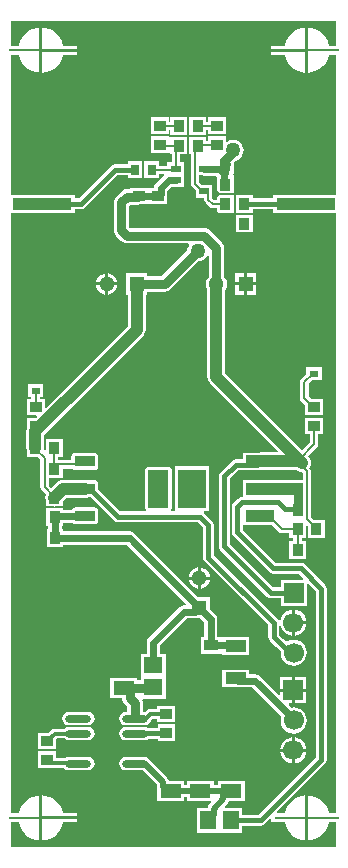
<source format=gtl>
G04*
G04 #@! TF.GenerationSoftware,Altium Limited,Altium Designer,19.0.15 (446)*
G04*
G04 Layer_Physical_Order=1*
G04 Layer_Color=255*
%FSLAX25Y25*%
%MOIN*%
G70*
G01*
G75*
%ADD10C,0.01575*%
%ADD12C,0.00787*%
%ADD13C,0.01000*%
%ADD16R,0.07087X0.04528*%
%ADD17O,0.08661X0.02362*%
%ADD18R,0.03937X0.03543*%
%ADD19R,0.03543X0.03937*%
%ADD20R,0.06260X0.05472*%
%ADD21R,0.05472X0.06260*%
%ADD22R,0.03543X0.02362*%
%ADD23R,0.02756X0.03543*%
%ADD24R,0.19685X0.03937*%
%ADD25R,0.19685X0.05512*%
%ADD26R,0.07087X0.03937*%
G04:AMPARAMS|DCode=27|XSize=125.98mil|YSize=68.9mil|CornerRadius=2.07mil|HoleSize=0mil|Usage=FLASHONLY|Rotation=90.000|XOffset=0mil|YOffset=0mil|HoleType=Round|Shape=RoundedRectangle|*
%AMROUNDEDRECTD27*
21,1,0.12598,0.06476,0,0,90.0*
21,1,0.12185,0.06890,0,0,90.0*
1,1,0.00413,0.03238,0.06093*
1,1,0.00413,0.03238,-0.06093*
1,1,0.00413,-0.03238,-0.06093*
1,1,0.00413,-0.03238,0.06093*
%
%ADD27ROUNDEDRECTD27*%
G04:AMPARAMS|DCode=28|XSize=35.43mil|YSize=68.9mil|CornerRadius=1.95mil|HoleSize=0mil|Usage=FLASHONLY|Rotation=90.000|XOffset=0mil|YOffset=0mil|HoleType=Round|Shape=RoundedRectangle|*
%AMROUNDEDRECTD28*
21,1,0.03543,0.06500,0,0,90.0*
21,1,0.03154,0.06890,0,0,90.0*
1,1,0.00390,0.03250,0.01577*
1,1,0.00390,0.03250,-0.01577*
1,1,0.00390,-0.03250,-0.01577*
1,1,0.00390,-0.03250,0.01577*
%
%ADD28ROUNDEDRECTD28*%
%ADD29R,0.03150X0.02362*%
%ADD30R,0.04803X0.03602*%
%ADD31R,0.09449X0.03937*%
%ADD32R,0.09449X0.12992*%
%ADD57C,0.03150*%
%ADD58C,0.01181*%
%ADD59C,0.03937*%
%ADD60C,0.02362*%
%ADD61C,0.01968*%
%ADD62C,0.00600*%
%ADD63R,0.21800X0.01000*%
%ADD64R,0.05118X0.05118*%
%ADD65C,0.05118*%
%ADD66R,0.06693X0.06693*%
%ADD67C,0.06693*%
%ADD68R,0.05118X0.05118*%
%ADD69C,0.02362*%
%ADD70C,0.05000*%
G36*
X344488Y473941D02*
X342024D01*
X341605Y475323D01*
X340909Y476626D01*
X339972Y477767D01*
X338830Y478704D01*
X337528Y479400D01*
X336115Y479829D01*
X335146Y479924D01*
Y472441D01*
Y464958D01*
X336115Y465053D01*
X337528Y465482D01*
X338830Y466178D01*
X339972Y467115D01*
X340909Y468256D01*
X341605Y469558D01*
X342024Y470941D01*
X344488D01*
Y424228D01*
X323410D01*
Y423005D01*
X316571D01*
Y424075D01*
X311028D01*
Y418138D01*
X316571D01*
Y419361D01*
X323410D01*
Y418291D01*
X344488D01*
Y218035D01*
X342024D01*
X341605Y219418D01*
X340909Y220720D01*
X339972Y221862D01*
X338830Y222798D01*
X337528Y223494D01*
X336115Y223923D01*
X335146Y224019D01*
Y216535D01*
Y209052D01*
X336115Y209148D01*
X337528Y209577D01*
X338830Y210273D01*
X339972Y211209D01*
X340909Y212351D01*
X341605Y213653D01*
X342024Y215035D01*
X344488D01*
Y206693D01*
X236221D01*
Y215035D01*
X238685D01*
X239104Y213653D01*
X239800Y212351D01*
X240737Y211209D01*
X241878Y210273D01*
X243180Y209577D01*
X244594Y209148D01*
X245563Y209052D01*
Y216535D01*
Y224019D01*
X244594Y223923D01*
X243180Y223494D01*
X241878Y222798D01*
X240737Y221862D01*
X239800Y220720D01*
X239104Y219418D01*
X238685Y218035D01*
X236221D01*
Y418291D01*
X257299D01*
Y419437D01*
X259449D01*
X259449Y419437D01*
X260146Y419576D01*
X260737Y419971D01*
X271550Y430784D01*
X275016D01*
Y429835D01*
X279772D01*
Y435378D01*
X275016D01*
Y434429D01*
X270795D01*
X270098Y434290D01*
X269507Y433895D01*
X269507Y433895D01*
X258694Y423082D01*
X257299D01*
Y424228D01*
X236221D01*
Y470941D01*
X238685D01*
X239104Y469558D01*
X239800Y468256D01*
X240737Y467115D01*
X241878Y466178D01*
X243180Y465482D01*
X244594Y465053D01*
X245563Y464958D01*
Y472441D01*
Y479924D01*
X244594Y479829D01*
X243180Y479400D01*
X241878Y478704D01*
X240737Y477767D01*
X239800Y476626D01*
X239104Y475323D01*
X238685Y473941D01*
X236221D01*
Y482283D01*
X344488D01*
Y473941D01*
D02*
G37*
%LPC*%
G36*
X334146Y479924D02*
X333176Y479829D01*
X331763Y479400D01*
X330461Y478704D01*
X329320Y477767D01*
X328383Y476626D01*
X327687Y475323D01*
X327267Y473941D01*
X322746D01*
Y472941D01*
X334146D01*
Y479924D01*
D02*
G37*
G36*
X246563D02*
Y472941D01*
X257963D01*
Y473941D01*
X253441D01*
X253022Y475323D01*
X252326Y476626D01*
X251389Y477767D01*
X250248Y478704D01*
X248945Y479400D01*
X247533Y479829D01*
X246563Y479924D01*
D02*
G37*
G36*
X334146Y471941D02*
X322746D01*
Y470941D01*
X327267D01*
X327687Y469558D01*
X328383Y468256D01*
X329320Y467115D01*
X330461Y466178D01*
X331763Y465482D01*
X333176Y465053D01*
X334146Y464958D01*
Y471941D01*
D02*
G37*
G36*
X257963D02*
X246563D01*
Y464958D01*
X247533Y465053D01*
X248945Y465482D01*
X250248Y466178D01*
X251389Y467115D01*
X252326Y468256D01*
X253022Y469558D01*
X253441Y470941D01*
X257963D01*
Y471941D01*
D02*
G37*
G36*
X294772Y450224D02*
X289228D01*
Y448581D01*
X288618D01*
Y450028D01*
X282681D01*
Y444484D01*
X288618D01*
Y445930D01*
X289228D01*
Y444287D01*
X294772D01*
Y450224D01*
D02*
G37*
G36*
X301071D02*
X295528D01*
Y444287D01*
X301071D01*
Y445930D01*
X301681D01*
Y444484D01*
X307618D01*
Y450028D01*
X301681D01*
Y448581D01*
X301071D01*
Y450224D01*
D02*
G37*
G36*
X307618Y443728D02*
X301681D01*
Y442282D01*
X301071D01*
Y443575D01*
X295528D01*
Y437638D01*
X295977D01*
Y427847D01*
X296078Y427340D01*
X296365Y426910D01*
X297602Y425673D01*
Y423185D01*
X300520D01*
Y422564D01*
X300621Y422056D01*
X300908Y421627D01*
X302366Y420169D01*
X302796Y419882D01*
X303303Y419781D01*
X304728D01*
Y418138D01*
X310272D01*
Y424075D01*
X304728D01*
Y422432D01*
X303852D01*
X303171Y423113D01*
Y424485D01*
X303146Y424613D01*
Y427547D01*
X299477D01*
X298628Y428396D01*
Y430665D01*
X300159D01*
X300374Y430623D01*
X304422D01*
X304660Y430048D01*
X304686Y430015D01*
Y428697D01*
X304686Y428697D01*
X304728Y428482D01*
Y424638D01*
X310272D01*
Y430575D01*
X310272D01*
X310043Y431075D01*
X310072Y431138D01*
X310272D01*
Y434134D01*
X310294Y434303D01*
X310272Y434472D01*
Y434991D01*
X310859Y435578D01*
X311032Y435601D01*
X311883Y435953D01*
X312614Y436514D01*
X313175Y437245D01*
X313528Y438097D01*
X313648Y439010D01*
X313528Y439924D01*
X313175Y440775D01*
X312614Y441507D01*
X311883Y442068D01*
X311032Y442420D01*
X310118Y442541D01*
X309204Y442420D01*
X308353Y442068D01*
X308118Y441887D01*
X307618Y442134D01*
Y443728D01*
D02*
G37*
G36*
X288618Y443728D02*
X282681D01*
Y438185D01*
X288618D01*
Y439281D01*
X289228D01*
Y437638D01*
X289600D01*
Y435028D01*
X288154D01*
Y433932D01*
X285283D01*
Y435378D01*
X280528D01*
Y429835D01*
X285283D01*
Y431281D01*
X287057D01*
X287208Y430781D01*
X287055Y430679D01*
X287055Y430679D01*
X284365Y427988D01*
X283882Y427266D01*
X283735Y426528D01*
X282181D01*
Y425980D01*
X281618D01*
Y426528D01*
X275681D01*
Y426156D01*
X274740D01*
X274068Y426068D01*
X273442Y425808D01*
X272904Y425395D01*
X270998Y423490D01*
X270586Y422952D01*
X270326Y422326D01*
X270238Y421654D01*
Y412432D01*
X270326Y411760D01*
X270586Y411133D01*
X270998Y410595D01*
X272843Y408750D01*
X273381Y408337D01*
X274008Y408078D01*
X274680Y407990D01*
X295224D01*
X295445Y407541D01*
X295242Y407277D01*
X294889Y406426D01*
X294791Y405676D01*
X286200Y397085D01*
X281512D01*
Y398047D01*
X274394D01*
Y390929D01*
X274959D01*
Y380365D01*
X262848Y368254D01*
X262761Y368140D01*
X262647Y368053D01*
X247749Y353156D01*
X247287Y353347D01*
Y356201D01*
X245740D01*
Y356744D01*
X246894D01*
Y361106D01*
X241744D01*
Y356744D01*
X242898D01*
Y356201D01*
X241350D01*
Y350658D01*
X244443D01*
X244654Y350181D01*
X244430Y349902D01*
X241350D01*
Y346293D01*
X241277Y346116D01*
X241175Y345341D01*
Y339779D01*
X241277Y339005D01*
X241398Y338714D01*
Y336811D01*
X243975D01*
X244169Y336785D01*
X244364Y336811D01*
X244931D01*
X245882Y335860D01*
Y326642D01*
X245990Y326098D01*
X246298Y325637D01*
X247666Y324270D01*
X247576Y324055D01*
X247474Y323280D01*
X247576Y322505D01*
X247697Y322214D01*
Y320311D01*
X250274D01*
X250468Y320285D01*
X250663Y320311D01*
X253240D01*
Y321817D01*
X254512Y323089D01*
X260424D01*
X261198Y323191D01*
X261908Y323484D01*
X262511D01*
X270355Y315640D01*
X270355Y315640D01*
X270947Y315245D01*
X271644Y315107D01*
X298346D01*
X300034Y313418D01*
Y303261D01*
X300034Y303261D01*
X300173Y302564D01*
X300568Y301973D01*
X321800Y280741D01*
Y276772D01*
X321800Y276772D01*
X321938Y276074D01*
X322333Y275483D01*
X324363Y273453D01*
X324587Y273304D01*
X325982Y271908D01*
X325933Y271535D01*
X326083Y270401D01*
X326521Y269343D01*
X327217Y268436D01*
X328125Y267739D01*
X329183Y267301D01*
X330317Y267151D01*
X331452Y267301D01*
X332509Y267739D01*
X333417Y268436D01*
X334114Y269343D01*
X334552Y270401D01*
X334701Y271535D01*
X334552Y272670D01*
X334114Y273727D01*
X333417Y274635D01*
X332509Y275332D01*
X331452Y275770D01*
X330317Y275919D01*
X329183Y275770D01*
X328125Y275332D01*
X327892Y275153D01*
X327015Y276030D01*
X326791Y276180D01*
X325445Y277526D01*
Y280623D01*
X325944Y280656D01*
X325978Y280401D01*
X326416Y279344D01*
X327113Y278435D01*
X328021Y277739D01*
X329078Y277301D01*
X329713Y277217D01*
Y281535D01*
Y285854D01*
X329078Y285770D01*
X328021Y285332D01*
X327113Y284635D01*
X326416Y283727D01*
X325978Y282670D01*
X325876Y281892D01*
X325369Y281875D01*
X325306Y282193D01*
X324911Y282785D01*
X324911Y282785D01*
X303679Y304016D01*
Y314173D01*
X303679Y314173D01*
X303540Y314871D01*
X303145Y315462D01*
X303145Y315462D01*
X300389Y318218D01*
X300303Y318276D01*
X300455Y318776D01*
X302051D01*
Y333768D01*
X290602D01*
Y319252D01*
X290602Y318776D01*
X290112Y318752D01*
X289389D01*
X289237Y319251D01*
X289335Y319317D01*
X289602Y319716D01*
X289695Y320187D01*
Y332372D01*
X289602Y332843D01*
X289335Y333242D01*
X288936Y333509D01*
X288465Y333602D01*
X281989D01*
X281518Y333509D01*
X281119Y333242D01*
X280852Y332843D01*
X280758Y332372D01*
Y320187D01*
X280852Y319716D01*
X281119Y319317D01*
X281217Y319251D01*
X281065Y318752D01*
X272399D01*
X265089Y326062D01*
Y327856D01*
X264996Y328323D01*
X264732Y328718D01*
X264337Y328982D01*
X263871Y329075D01*
X261630D01*
X261395Y329172D01*
X260620Y329274D01*
X259845Y329172D01*
X259617Y329077D01*
X253272D01*
X252497Y328975D01*
X252074Y328800D01*
X251775Y328676D01*
X251154Y328200D01*
X249455Y326500D01*
X248724Y327230D01*
Y329811D01*
X253240D01*
Y332933D01*
X256484D01*
X256509Y332896D01*
X256904Y332632D01*
X257370Y332540D01*
X263871D01*
X264337Y332632D01*
X264732Y332896D01*
X264996Y333292D01*
X265089Y333758D01*
Y336911D01*
X264996Y337378D01*
X264732Y337773D01*
X264337Y338037D01*
X263871Y338130D01*
X257370D01*
X256904Y338037D01*
X256509Y337773D01*
X256245Y337378D01*
X256152Y336911D01*
Y335775D01*
X251889D01*
Y336811D01*
X253240D01*
Y342748D01*
X247697D01*
Y339062D01*
X247197Y338855D01*
X247057Y338994D01*
X247061Y339005D01*
X247163Y339779D01*
Y344101D01*
X266881Y363819D01*
X266968Y363933D01*
X267082Y364020D01*
X280070Y377008D01*
X280546Y377628D01*
X280845Y378350D01*
X280947Y379125D01*
Y390929D01*
X281512D01*
Y391891D01*
X287276D01*
X287948Y391980D01*
X288574Y392239D01*
X289112Y392652D01*
X298463Y402003D01*
X299213Y402102D01*
X300064Y402455D01*
X300795Y403016D01*
X301356Y403747D01*
X301431Y403926D01*
X301930Y403826D01*
Y396950D01*
X301419Y396283D01*
X301060Y395417D01*
X300938Y394488D01*
X301060Y393559D01*
X301419Y392693D01*
X301533Y392544D01*
Y363476D01*
X301636Y362701D01*
X301811Y362278D01*
X301935Y361979D01*
X302410Y361359D01*
X324987Y338783D01*
X324795Y338321D01*
X319161D01*
X318967Y338295D01*
X313437D01*
Y336074D01*
X311024D01*
X310326Y335936D01*
X309735Y335541D01*
X309735Y335541D01*
X305798Y331604D01*
X305403Y331012D01*
X305264Y330315D01*
X305264Y330315D01*
Y307087D01*
X305264Y307087D01*
X305403Y306389D01*
X305798Y305798D01*
X321349Y290247D01*
X321940Y289852D01*
X322638Y289713D01*
X322638Y289713D01*
X325971D01*
Y287189D01*
X334664D01*
Y294488D01*
X335126Y294679D01*
X337646Y292159D01*
Y236696D01*
X318521Y217570D01*
X313008D01*
Y219878D01*
X307448D01*
X307256Y220340D01*
X308320Y221404D01*
X308759Y222060D01*
X308773Y222130D01*
X313992D01*
Y228658D01*
X304906D01*
Y227417D01*
X303756D01*
Y228658D01*
X294670D01*
Y227417D01*
X293850D01*
Y228658D01*
X288736D01*
X288616Y229257D01*
X288178Y229913D01*
X282669Y235421D01*
X282659Y235477D01*
X282176Y236198D01*
X281455Y236681D01*
X280604Y236850D01*
X274305D01*
X273454Y236681D01*
X272732Y236198D01*
X272250Y235477D01*
X272081Y234626D01*
X272250Y233775D01*
X272732Y233053D01*
X273454Y232571D01*
X274305Y232402D01*
X279967D01*
X284724Y227644D01*
Y226673D01*
X284763Y226478D01*
Y222130D01*
X293850D01*
Y223371D01*
X294670D01*
Y222130D01*
X302671D01*
X302862Y221668D01*
X302178Y220984D01*
X301740Y220328D01*
X301650Y219878D01*
X298120D01*
Y211618D01*
X313008D01*
Y213926D01*
X319275D01*
X319276Y213926D01*
X319973Y214064D01*
X320564Y214459D01*
X322284Y216179D01*
X322746Y215988D01*
Y215035D01*
X327267D01*
X327687Y213653D01*
X328383Y212351D01*
X329320Y211209D01*
X330461Y210273D01*
X331763Y209577D01*
X333176Y209148D01*
X334146Y209052D01*
Y216535D01*
Y224019D01*
X333176Y223923D01*
X331763Y223494D01*
X330461Y222798D01*
X329320Y221862D01*
X328383Y220720D01*
X327687Y219418D01*
X327267Y218035D01*
X324794D01*
X324602Y218497D01*
X340757Y234652D01*
X340757Y234652D01*
X341152Y235244D01*
X341291Y235941D01*
X341291Y235941D01*
Y292913D01*
X341291Y292913D01*
X341152Y293611D01*
X340757Y294202D01*
X340757Y294202D01*
X333966Y300993D01*
X333375Y301388D01*
X332677Y301527D01*
X332677Y301527D01*
X324278D01*
X313240Y312566D01*
Y313830D01*
X313437Y314248D01*
X322876D01*
X325357Y311767D01*
X325818Y311459D01*
X326362Y311351D01*
X328823D01*
Y309803D01*
X330173D01*
Y308740D01*
X328823D01*
Y302803D01*
X334366D01*
Y308740D01*
X333015D01*
Y309803D01*
X334366D01*
Y313814D01*
X334843Y314024D01*
X335122Y313800D01*
Y309803D01*
X340665D01*
Y315740D01*
X336997D01*
X336069Y316667D01*
Y331980D01*
X335969Y332488D01*
X335681Y332918D01*
X335545Y333054D01*
X335762Y333338D01*
X336061Y334060D01*
X336163Y334835D01*
X336061Y335610D01*
X335762Y336332D01*
X335286Y336952D01*
X335159Y337079D01*
X338141Y340061D01*
X338449Y340522D01*
X338557Y341065D01*
Y344358D01*
X340105D01*
Y349902D01*
X334168D01*
Y344358D01*
X335715D01*
Y341654D01*
X333150Y339089D01*
X307522Y364717D01*
Y392544D01*
X307636Y392693D01*
X307995Y393559D01*
X308117Y394488D01*
X307995Y395417D01*
X307636Y396283D01*
X307125Y396950D01*
Y406460D01*
X307036Y407132D01*
X306777Y407759D01*
X306364Y408297D01*
X302238Y412423D01*
X301700Y412836D01*
X301073Y413095D01*
X300401Y413184D01*
X275755D01*
X275432Y413507D01*
Y420578D01*
X275816Y420962D01*
X278453D01*
X278622Y420984D01*
X281618D01*
Y421532D01*
X282181D01*
Y420984D01*
X288118D01*
Y424132D01*
X288161Y424346D01*
X288161Y424346D01*
Y425494D01*
X289549Y426883D01*
X290925D01*
X291140Y426925D01*
X293697D01*
Y430665D01*
Y435028D01*
X292251D01*
Y437638D01*
X294772D01*
Y443575D01*
X289228D01*
Y441932D01*
X288618D01*
Y443728D01*
D02*
G37*
G36*
X316571Y417575D02*
X311028D01*
Y411638D01*
X316571D01*
Y417575D01*
D02*
G37*
G36*
X317824Y398047D02*
X314765D01*
Y394988D01*
X317824D01*
Y398047D01*
D02*
G37*
G36*
X313765D02*
X310706D01*
Y394988D01*
X313765D01*
Y398047D01*
D02*
G37*
G36*
X268506Y398012D02*
Y394988D01*
X271529D01*
X271473Y395417D01*
X271114Y396283D01*
X270544Y397026D01*
X269800Y397597D01*
X268935Y397956D01*
X268506Y398012D01*
D02*
G37*
G36*
X267506D02*
X267076Y397956D01*
X266211Y397597D01*
X265467Y397026D01*
X264897Y396283D01*
X264538Y395417D01*
X264482Y394988D01*
X267506D01*
Y398012D01*
D02*
G37*
G36*
X271529Y393988D02*
X268506D01*
Y390964D01*
X268935Y391021D01*
X269800Y391379D01*
X270544Y391950D01*
X271114Y392693D01*
X271473Y393559D01*
X271529Y393988D01*
D02*
G37*
G36*
X267506D02*
X264482D01*
X264538Y393559D01*
X264897Y392693D01*
X265467Y391950D01*
X266211Y391379D01*
X267076Y391021D01*
X267506Y390964D01*
Y393988D01*
D02*
G37*
G36*
X317824Y393988D02*
X314765D01*
Y390929D01*
X317824D01*
Y393988D01*
D02*
G37*
G36*
X313765D02*
X310706D01*
Y390929D01*
X313765D01*
Y393988D01*
D02*
G37*
G36*
X339606Y366815D02*
X334457D01*
Y364462D01*
X332854Y362859D01*
X332545Y362398D01*
X332437Y361854D01*
Y356510D01*
X332545Y355966D01*
X332854Y355505D01*
X334168Y354191D01*
Y350658D01*
X340105D01*
Y356201D01*
X336177D01*
X335279Y357099D01*
Y361266D01*
X336466Y362453D01*
X339606D01*
Y366815D01*
D02*
G37*
G36*
X263975Y320020D02*
X257475D01*
X257009Y319927D01*
X256614Y319663D01*
X256350Y319267D01*
X256341Y319226D01*
X253359D01*
Y319693D01*
X247816D01*
Y313756D01*
X248454D01*
Y312748D01*
X247906D01*
Y306811D01*
X253450D01*
Y307556D01*
X274732D01*
X294366Y287922D01*
X294175Y287460D01*
X293772D01*
X293772Y287460D01*
X292920Y287291D01*
X292199Y286809D01*
X292199Y286809D01*
X281892Y276502D01*
X281410Y275780D01*
X281241Y274929D01*
X281241Y274929D01*
Y271276D01*
X279335D01*
Y264256D01*
X279335Y263803D01*
X279335Y263303D01*
Y262528D01*
X278177D01*
Y263106D01*
X269091D01*
Y256579D01*
X273005D01*
Y256516D01*
X273094Y255844D01*
X273353Y255217D01*
X273766Y254679D01*
X274797Y253649D01*
Y251850D01*
X274305D01*
X273454Y251680D01*
X272732Y251199D01*
X272250Y250477D01*
X272081Y249626D01*
X272250Y248775D01*
X272732Y248054D01*
X273454Y247571D01*
X274305Y247402D01*
X280604D01*
X281455Y247571D01*
X282176Y248054D01*
X282659Y248775D01*
X282731Y249140D01*
X283150Y249559D01*
X284827D01*
Y248410D01*
X290764D01*
Y253953D01*
X284827D01*
Y252803D01*
X282479D01*
X281858Y252679D01*
X281332Y252328D01*
X280813Y251808D01*
X280604Y251850D01*
X279991D01*
Y254724D01*
X279902Y255397D01*
X279742Y255783D01*
X280035Y256283D01*
X287595D01*
Y263303D01*
X287595Y263756D01*
X287595Y264256D01*
Y271276D01*
X285688D01*
Y274008D01*
X294693Y283012D01*
X297441D01*
X297441Y283012D01*
X297656Y283055D01*
X299233D01*
X300427Y281861D01*
Y276783D01*
X299250D01*
Y271181D01*
X306053D01*
Y271181D01*
X306480Y271006D01*
Y270942D01*
X315567D01*
Y276880D01*
X306513D01*
X306480Y276880D01*
X306480Y276880D01*
X306053Y276783D01*
X306053Y276783D01*
X304875D01*
Y282782D01*
X304875Y282782D01*
X304706Y283633D01*
X304224Y284354D01*
X304224Y284354D01*
X302378Y286200D01*
Y290173D01*
X298405D01*
X277226Y311352D01*
X276505Y311834D01*
X275654Y312003D01*
X275654Y312003D01*
X253450D01*
Y312748D01*
X252902D01*
Y313756D01*
X253359D01*
Y314778D01*
X256626D01*
X257009Y314522D01*
X257475Y314429D01*
X263975D01*
X264441Y314522D01*
X264837Y314786D01*
X265101Y315181D01*
X265194Y315648D01*
Y318801D01*
X265101Y319267D01*
X264837Y319663D01*
X264441Y319927D01*
X263975Y320020D01*
D02*
G37*
G36*
X299319Y299981D02*
Y296957D01*
X302343D01*
X302286Y297386D01*
X301928Y298252D01*
X301357Y298995D01*
X300614Y299566D01*
X299748Y299924D01*
X299319Y299981D01*
D02*
G37*
G36*
X298319D02*
X297890Y299924D01*
X297024Y299566D01*
X296281Y298995D01*
X295710Y298252D01*
X295352Y297386D01*
X295295Y296957D01*
X298319D01*
Y299981D01*
D02*
G37*
G36*
X302343Y295957D02*
X299319D01*
Y292933D01*
X299748Y292989D01*
X300614Y293348D01*
X301357Y293918D01*
X301928Y294662D01*
X302286Y295528D01*
X302343Y295957D01*
D02*
G37*
G36*
X298319D02*
X295295D01*
X295352Y295528D01*
X295710Y294662D01*
X296281Y293918D01*
X297024Y293348D01*
X297890Y292989D01*
X298319Y292933D01*
Y295957D01*
D02*
G37*
G36*
X330713Y285854D02*
Y282035D01*
X334531D01*
X334447Y282670D01*
X334009Y283727D01*
X333313Y284635D01*
X332405Y285332D01*
X331347Y285770D01*
X330713Y285854D01*
D02*
G37*
G36*
X334531Y281035D02*
X330713D01*
Y277217D01*
X331347Y277301D01*
X332405Y277739D01*
X333313Y278435D01*
X334009Y279344D01*
X334447Y280401D01*
X334531Y281035D01*
D02*
G37*
G36*
X334559Y263362D02*
X330713D01*
Y259516D01*
X334559D01*
Y263362D01*
D02*
G37*
G36*
X329713D02*
X325866D01*
Y259516D01*
X329713D01*
Y263362D01*
D02*
G37*
G36*
X334559Y258516D02*
X330713D01*
Y254669D01*
X334559D01*
Y258516D01*
D02*
G37*
G36*
X261706Y251850D02*
X255407D01*
X254556Y251680D01*
X253835Y251199D01*
X253352Y250477D01*
X253183Y249626D01*
X253352Y248775D01*
X253835Y248054D01*
X254556Y247571D01*
X255407Y247402D01*
X261706D01*
X262557Y247571D01*
X263279Y248054D01*
X263761Y248775D01*
X263930Y249626D01*
X263761Y250477D01*
X263279Y251199D01*
X262557Y251680D01*
X261706Y251850D01*
D02*
G37*
G36*
X290868Y247654D02*
X284931D01*
Y246576D01*
X281611D01*
X281455Y246680D01*
X280604Y246850D01*
X274305D01*
X273454Y246680D01*
X272732Y246199D01*
X272250Y245477D01*
X272081Y244626D01*
X272250Y243775D01*
X272732Y243054D01*
X273454Y242571D01*
X274305Y242402D01*
X280604D01*
X281455Y242571D01*
X281994Y242932D01*
X284931D01*
Y242110D01*
X290868D01*
Y247654D01*
D02*
G37*
G36*
X315567Y265961D02*
X306480D01*
Y260024D01*
X311596D01*
X311811Y259981D01*
X311811Y259981D01*
X316517D01*
X326160Y250338D01*
X326083Y250150D01*
X325933Y249016D01*
X326083Y247881D01*
X326521Y246824D01*
X327217Y245916D01*
X328125Y245219D01*
X329183Y244781D01*
X330317Y244632D01*
X331452Y244781D01*
X332509Y245219D01*
X333417Y245916D01*
X334114Y246824D01*
X334552Y247881D01*
X334701Y249016D01*
X334552Y250150D01*
X334114Y251208D01*
X333417Y252116D01*
X332509Y252812D01*
X331452Y253250D01*
X330317Y253400D01*
X329497Y253292D01*
X328581Y254207D01*
X328772Y254669D01*
X329713D01*
Y258516D01*
X325866D01*
Y257575D01*
X325404Y257384D01*
X319011Y263777D01*
X318290Y264259D01*
X317439Y264429D01*
X317439Y264428D01*
X315567D01*
Y265961D01*
D02*
G37*
G36*
X261706Y246850D02*
X255407D01*
X254556Y246680D01*
X253908Y246248D01*
X250689D01*
X250068Y246124D01*
X249542Y245773D01*
X248707Y244937D01*
X245063D01*
Y239394D01*
X251000D01*
Y242644D01*
X251361Y243004D01*
X253908D01*
X254556Y242571D01*
X255407Y242402D01*
X261706D01*
X262557Y242571D01*
X263279Y243054D01*
X263761Y243775D01*
X263930Y244626D01*
X263761Y245477D01*
X263279Y246199D01*
X262557Y246680D01*
X261706Y246850D01*
D02*
G37*
G36*
X330713Y243334D02*
Y239516D01*
X334531D01*
X334447Y240150D01*
X334009Y241208D01*
X333313Y242116D01*
X332405Y242812D01*
X331347Y243250D01*
X330713Y243334D01*
D02*
G37*
G36*
X329713D02*
X329078Y243250D01*
X328021Y242812D01*
X327113Y242116D01*
X326416Y241208D01*
X325978Y240150D01*
X325894Y239516D01*
X329713D01*
Y243334D01*
D02*
G37*
G36*
Y238516D02*
X325894D01*
X325978Y237881D01*
X326416Y236824D01*
X327113Y235916D01*
X328021Y235219D01*
X329078Y234781D01*
X329713Y234698D01*
Y238516D01*
D02*
G37*
G36*
X334531D02*
X330713D01*
Y234698D01*
X331347Y234781D01*
X332405Y235219D01*
X333313Y235916D01*
X334009Y236824D01*
X334447Y237881D01*
X334531Y238516D01*
D02*
G37*
G36*
X251000Y238638D02*
X245063D01*
Y233095D01*
X249056D01*
X249213Y233063D01*
X253828D01*
X253835Y233053D01*
X254556Y232571D01*
X255407Y232402D01*
X261706D01*
X262557Y232571D01*
X263279Y233053D01*
X263761Y233775D01*
X263930Y234626D01*
X263761Y235477D01*
X263279Y236198D01*
X262557Y236681D01*
X261706Y236850D01*
X255407D01*
X254556Y236681D01*
X253997Y236307D01*
X251000D01*
Y238638D01*
D02*
G37*
G36*
X246563Y224019D02*
Y217035D01*
X257963D01*
Y218035D01*
X253441D01*
X253022Y219418D01*
X252326Y220720D01*
X251389Y221862D01*
X250248Y222798D01*
X248945Y223494D01*
X247533Y223923D01*
X246563Y224019D01*
D02*
G37*
G36*
X257963Y216035D02*
X246563D01*
Y209052D01*
X247533Y209148D01*
X248945Y209577D01*
X250248Y210273D01*
X251389Y211209D01*
X252326Y212351D01*
X253022Y213653D01*
X253441Y215035D01*
X257963D01*
Y216035D01*
D02*
G37*
%LPD*%
G36*
X313437Y332358D02*
X318967D01*
X319161Y332333D01*
X331554D01*
X331672Y332242D01*
X332394Y331943D01*
X332985Y331865D01*
X333419Y331431D01*
Y329240D01*
X330116D01*
X329921Y329266D01*
X322441D01*
X322246Y329240D01*
X313437D01*
Y323476D01*
X312992D01*
X312295Y323337D01*
X311703Y322942D01*
X311703Y322942D01*
X310129Y321367D01*
X309734Y320776D01*
X309595Y320079D01*
X309595Y320079D01*
Y311811D01*
X309595Y311811D01*
X309734Y311114D01*
X310129Y310522D01*
X322235Y298416D01*
X322235Y298416D01*
X322826Y298021D01*
X323524Y297882D01*
X331922D01*
X333461Y296344D01*
X333269Y295882D01*
X325971D01*
Y293358D01*
X323393D01*
X308909Y307841D01*
Y329560D01*
X311778Y332430D01*
X313437D01*
Y332358D01*
D02*
G37*
D10*
X322638Y291535D02*
X330317D01*
X307087Y307087D02*
X322638Y291535D01*
X307087Y307087D02*
Y330315D01*
X299101Y316929D02*
X301857Y314173D01*
Y303261D02*
Y314173D01*
Y303261D02*
X323622Y281496D01*
X271644Y316929D02*
X299101D01*
X323622Y276772D02*
Y281496D01*
X287772Y244754D02*
X287900Y244882D01*
X277582Y244754D02*
X287772D01*
X277454Y244626D02*
X277582Y244754D01*
X311417Y320079D02*
X312992Y321654D01*
X311417Y311811D02*
Y320079D01*
Y311811D02*
X323524Y299705D01*
X332677D01*
X312992Y321654D02*
X325197D01*
X327461Y319390D01*
X331476D01*
X331594Y319272D01*
X332677Y299705D02*
X339469Y292913D01*
Y235941D02*
Y292913D01*
X319276Y215748D02*
X339469Y235941D01*
X309272Y215748D02*
X319276D01*
X313876Y421183D02*
X334175D01*
X313799Y421106D02*
X313876Y421183D01*
X334175D02*
X334252Y421260D01*
X259449D02*
X270795Y432606D01*
X277394D01*
X246457Y421260D02*
X259449D01*
X323622Y276772D02*
X325652Y274742D01*
X325726D01*
X328932Y271535D01*
X330317D01*
X262294Y326279D02*
X271644Y316929D01*
X260620Y326279D02*
X262294D01*
X311024Y334252D02*
X318087D01*
X319161Y335327D01*
X307087Y330315D02*
X311024Y334252D01*
D12*
X332037Y335967D02*
X337136Y341065D01*
X331594Y335524D02*
X332037Y335967D01*
X244319Y353429D02*
Y358925D01*
X333858Y356510D02*
X336939Y353429D01*
X337136D01*
X333858Y356510D02*
Y361854D01*
X336638Y364634D01*
X337032D01*
X331594Y335327D02*
Y335524D01*
X337136Y341065D02*
Y347130D01*
X331594Y312772D02*
X331594Y312772D01*
Y305772D02*
Y312772D01*
X321917Y317216D02*
X326362Y312772D01*
X319161Y317216D02*
X321917D01*
X326362Y312772D02*
X331594D01*
X247303Y326642D02*
X250468Y323476D01*
Y323280D02*
Y323476D01*
X247303Y326642D02*
Y336449D01*
X244169Y339583D02*
X247303Y336449D01*
X244169Y339583D02*
Y339779D01*
X250468Y332976D02*
X251847Y334354D01*
X250468Y332976D02*
Y339779D01*
Y332780D02*
Y332976D01*
X250468Y332780D02*
X250468Y332780D01*
X251847Y334354D02*
X259640D01*
X260620Y335335D01*
D13*
X292000Y447256D02*
X292000Y447256D01*
D16*
X309449Y237205D02*
D03*
Y225394D02*
D03*
X273634Y271654D02*
D03*
Y259842D02*
D03*
X289306Y237205D02*
D03*
Y225394D02*
D03*
X299213Y237205D02*
D03*
Y225394D02*
D03*
D17*
X277454Y234626D02*
D03*
Y239626D02*
D03*
Y244626D02*
D03*
Y249626D02*
D03*
X258557Y234626D02*
D03*
Y239626D02*
D03*
Y244626D02*
D03*
Y249626D02*
D03*
D18*
X248032Y242165D02*
D03*
Y235866D02*
D03*
X337136Y353429D02*
D03*
Y347130D02*
D03*
X244319Y353429D02*
D03*
Y347130D02*
D03*
X287900Y244882D02*
D03*
X287795Y251181D02*
D03*
X285254Y417457D02*
D03*
X285150Y423756D02*
D03*
X285650Y440957D02*
D03*
Y447256D02*
D03*
X304650Y447256D02*
D03*
Y440957D02*
D03*
X278754Y417457D02*
D03*
X278650Y423756D02*
D03*
D19*
X337894Y305667D02*
D03*
X331594Y305772D02*
D03*
X331594Y312772D02*
D03*
X337894D02*
D03*
X244065Y332780D02*
D03*
X250468D02*
D03*
X250468Y339779D02*
D03*
X244169D02*
D03*
X307500Y421106D02*
D03*
X313799D02*
D03*
X337894Y335432D02*
D03*
X331594Y335327D02*
D03*
X337894Y326376D02*
D03*
X331594Y326272D02*
D03*
X244169Y323175D02*
D03*
X250468Y323280D02*
D03*
X244288Y316724D02*
D03*
X250587D02*
D03*
X313904Y434106D02*
D03*
X307500D02*
D03*
X313799Y414606D02*
D03*
X307605D02*
D03*
X292000Y440606D02*
D03*
X298299D02*
D03*
X292000Y447256D02*
D03*
X298299D02*
D03*
X313904Y427606D02*
D03*
X307500D02*
D03*
X244379Y309780D02*
D03*
X250678D02*
D03*
X337894Y319376D02*
D03*
X331594Y319272D02*
D03*
D20*
X283465Y260020D02*
D03*
Y267539D02*
D03*
D21*
X309272Y215748D02*
D03*
X301857D02*
D03*
D22*
X290925Y432846D02*
D03*
Y429106D02*
D03*
X291030Y425366D02*
D03*
X300374D02*
D03*
Y432846D02*
D03*
D23*
X282906Y432606D02*
D03*
X277394D02*
D03*
D24*
X334252Y421260D02*
D03*
X246457D02*
D03*
D25*
X334357Y437992D02*
D03*
Y404528D02*
D03*
X246561D02*
D03*
Y437992D02*
D03*
D26*
X311024Y262992D02*
D03*
Y273911D02*
D03*
D27*
X285227Y326279D02*
D03*
D28*
X260725Y317224D02*
D03*
X260620Y326279D02*
D03*
Y335335D02*
D03*
D29*
X244319Y358925D02*
D03*
X244424Y364634D02*
D03*
X337136Y358925D02*
D03*
X337032Y364634D02*
D03*
D30*
X302651Y261089D02*
D03*
Y273982D02*
D03*
D31*
X319161Y317216D02*
D03*
Y326272D02*
D03*
Y335327D02*
D03*
D32*
X296327Y326272D02*
D03*
D57*
X277394Y250538D02*
X277454Y250477D01*
X277394Y250538D02*
Y254724D01*
X306909Y431347D02*
Y435301D01*
X283376Y259931D02*
X283465Y260020D01*
X273722Y259931D02*
X283376D01*
X273634Y259842D02*
X273722Y259931D01*
X275602Y256516D02*
X277394Y254724D01*
X275602Y256516D02*
Y259154D01*
X274913Y259842D02*
X275602Y259154D01*
X273634Y259842D02*
X274913D01*
X277953Y394488D02*
X287276D01*
X298299Y405512D01*
X304528Y394488D02*
Y406460D01*
X272835Y412432D02*
X274680Y410587D01*
X300401D01*
X304528Y406460D01*
X272835Y412432D02*
Y421654D01*
X306909Y435301D02*
X310118Y438510D01*
Y439010D01*
X307500Y434106D02*
X307697Y434303D01*
X272835Y421654D02*
X274740Y423559D01*
X278453D01*
X278650Y423756D01*
X331594Y319272D02*
Y326272D01*
X319161D02*
X322441D01*
D58*
X277454Y249626D02*
X280924D01*
X258498Y234685D02*
X258557Y234626D01*
X249213Y234685D02*
X258498D01*
X248032Y235866D02*
X249213Y234685D01*
X248229Y242165D02*
X250689Y244626D01*
X248032Y242165D02*
X248229D01*
X250689Y244626D02*
X258557D01*
X282479Y251181D02*
X287795D01*
X280924Y249626D02*
X282479Y251181D01*
D59*
X332136Y335868D02*
X333169Y334835D01*
X244169Y345341D02*
X264764Y365936D01*
X304528Y363476D02*
X332037Y335967D01*
X304528Y363476D02*
Y394488D01*
X244169Y339779D02*
Y345341D01*
X264965Y366137D02*
X277953Y379125D01*
X332037Y335967D02*
X332136Y335868D01*
X319161Y335327D02*
X331594D01*
X277953Y379125D02*
Y394488D01*
X260424Y326083D02*
X260620Y326279D01*
X253272Y326083D02*
X260424D01*
X250468Y323280D02*
X253272Y326083D01*
X322441Y326272D02*
X329921D01*
D60*
X305409Y432846D02*
X306909Y431347D01*
X283465Y274929D02*
X293772Y285236D01*
X297441D01*
X298819Y286614D01*
X283465Y267539D02*
Y274929D01*
X264764Y365936D02*
X264965Y366137D01*
X260503Y317002D02*
X260725Y317224D01*
X250900Y317002D02*
X260503D01*
X250678Y316779D02*
X250900Y317002D01*
X250678Y309780D02*
Y316779D01*
Y309780D02*
X275654D01*
X298819Y286614D01*
X302651Y282782D01*
Y273982D02*
Y282782D01*
Y273982D02*
X310952D01*
X311024Y273911D01*
Y262992D02*
X311811Y262205D01*
X317439D01*
X330608Y249035D01*
X285150Y423756D02*
X285347D01*
X278650D02*
X285150D01*
X285347D02*
X285937Y424346D01*
Y426415D01*
X288628Y429106D01*
X290925D01*
X306909Y428697D02*
Y431347D01*
Y428697D02*
X307500Y428106D01*
X300374Y432846D02*
X305409D01*
D61*
X299213Y225394D02*
X308169D01*
X309449D01*
X306890Y224114D02*
X308169Y225394D01*
X306890Y222835D02*
Y224114D01*
X303609Y219553D02*
X306890Y222835D01*
X303609Y217500D02*
Y219553D01*
X301857Y215748D02*
X303609Y217500D01*
X289306Y225394D02*
X299213D01*
X288027D02*
X289306D01*
X286747Y226673D02*
X288027Y225394D01*
X286747Y226673D02*
Y228483D01*
X280604Y234626D02*
X286747Y228483D01*
X277454Y234626D02*
X280604D01*
D62*
X298299Y440606D02*
X298650Y440957D01*
X304650D01*
X298299Y447256D02*
X304650D01*
X285650Y447256D02*
X292000D01*
X285650Y440957D02*
X286000Y440606D01*
X292000D01*
X290925Y439532D02*
X292000Y440606D01*
X290925Y432846D02*
Y439532D01*
X290685Y432606D02*
X290925Y432846D01*
X282906Y432606D02*
X290685D01*
X297302Y427847D02*
X299783Y425366D01*
X297302Y427847D02*
Y439609D01*
X298299Y440606D01*
X299783Y425366D02*
X300374D01*
X300965D01*
X301846Y422564D02*
X303303Y421106D01*
X301846Y422564D02*
Y424485D01*
X300965Y425366D02*
X301846Y424485D01*
X303303Y421106D02*
X307500D01*
X334744Y316118D02*
X337894Y312968D01*
X331594Y335130D02*
X334744Y331980D01*
Y316118D02*
Y331980D01*
X337894Y312772D02*
Y312968D01*
D63*
X246063Y216535D02*
D03*
X334646D02*
D03*
Y472441D02*
D03*
X246063D02*
D03*
D64*
X277953Y394488D02*
D03*
X314265Y394488D02*
D03*
D65*
X268005Y394488D02*
D03*
X304528Y394488D02*
D03*
X298819Y296457D02*
D03*
D66*
X330317Y291535D02*
D03*
X330213Y259016D02*
D03*
D67*
X330213Y281535D02*
D03*
X330317Y271535D02*
D03*
X330317Y249016D02*
D03*
X330213Y239016D02*
D03*
D68*
X298819Y286614D02*
D03*
D69*
X256299Y369291D02*
D03*
X339370Y227953D02*
D03*
X323228Y227165D02*
D03*
X318110Y221260D02*
D03*
Y229528D02*
D03*
X294882Y261417D02*
D03*
X310952Y243701D02*
D03*
X296327Y254724D02*
D03*
X240551Y263386D02*
D03*
X246457Y259016D02*
D03*
X240551Y249035D02*
D03*
X241339Y228346D02*
D03*
X253937D02*
D03*
X277953Y228483D02*
D03*
X267323Y228346D02*
D03*
X273622Y268110D02*
D03*
X275984Y275984D02*
D03*
X270866D02*
D03*
X268898Y239626D02*
D03*
X271260Y238189D02*
D03*
Y241339D02*
D03*
X311417Y233858D02*
D03*
X307500D02*
D03*
X301575Y233465D02*
D03*
X297244D02*
D03*
X291339D02*
D03*
X287402D02*
D03*
X341732Y311417D02*
D03*
Y307480D02*
D03*
Y314173D02*
D03*
X291339Y275591D02*
D03*
X295276Y267717D02*
D03*
X338583Y385827D02*
D03*
X334646Y456693D02*
D03*
Y393701D02*
D03*
X330709Y385827D02*
D03*
X334646Y377953D02*
D03*
X322835Y464567D02*
D03*
X326772Y456693D02*
D03*
X322835Y448819D02*
D03*
Y385827D02*
D03*
X326772Y377953D02*
D03*
X322835Y370079D02*
D03*
X326772Y362205D02*
D03*
X322835Y307087D02*
D03*
X314961Y464567D02*
D03*
X318898Y456693D02*
D03*
X314961Y448819D02*
D03*
X318898Y377953D02*
D03*
X314961Y370079D02*
D03*
X318898Y362205D02*
D03*
X314961Y244095D02*
D03*
X311024Y472441D02*
D03*
X307087Y464567D02*
D03*
X311024Y456693D02*
D03*
Y283465D02*
D03*
Y251969D02*
D03*
X303150Y472441D02*
D03*
X299213Y464567D02*
D03*
X303150Y456693D02*
D03*
X299213Y354331D02*
D03*
X303150Y346457D02*
D03*
X295276Y472441D02*
D03*
X291339Y464567D02*
D03*
X295276Y456693D02*
D03*
X291339Y370079D02*
D03*
X295276Y362205D02*
D03*
X291339Y354331D02*
D03*
X295276Y346457D02*
D03*
X291339Y307087D02*
D03*
Y212598D02*
D03*
X287402Y472441D02*
D03*
X283465Y464567D02*
D03*
X287402Y456693D02*
D03*
X283465Y370079D02*
D03*
X287402Y362205D02*
D03*
X283465Y354331D02*
D03*
X287402Y346457D02*
D03*
X283465Y291339D02*
D03*
X287402Y220473D02*
D03*
X283465Y212598D02*
D03*
X279528Y472441D02*
D03*
X275591Y464567D02*
D03*
X279528Y456693D02*
D03*
X275591Y448819D02*
D03*
X279528Y362205D02*
D03*
X275591Y354331D02*
D03*
X279528Y346457D02*
D03*
X275591Y338583D02*
D03*
Y291339D02*
D03*
X279528Y283465D02*
D03*
Y220473D02*
D03*
X275591Y212598D02*
D03*
X271654Y472441D02*
D03*
X267717Y464567D02*
D03*
X271654Y456693D02*
D03*
X267717Y448819D02*
D03*
X271654Y440945D02*
D03*
X267717Y385827D02*
D03*
Y354331D02*
D03*
X271654Y346457D02*
D03*
Y330709D02*
D03*
Y299213D02*
D03*
X267717Y291339D02*
D03*
X271654Y283465D02*
D03*
Y220473D02*
D03*
X267717Y212598D02*
D03*
X263780Y472441D02*
D03*
X259843Y464567D02*
D03*
X263780Y456693D02*
D03*
X259843Y448819D02*
D03*
Y385827D02*
D03*
X263780Y377953D02*
D03*
Y346457D02*
D03*
Y299213D02*
D03*
X259843Y291339D02*
D03*
X263780Y283465D02*
D03*
X259843Y275591D02*
D03*
X263780Y220473D02*
D03*
X255906Y456693D02*
D03*
X251969Y448819D02*
D03*
X255906Y393701D02*
D03*
X251969Y385827D02*
D03*
X255906Y377953D02*
D03*
Y299213D02*
D03*
X251969Y291339D02*
D03*
X255906Y283465D02*
D03*
X251969Y275591D02*
D03*
X255906Y267717D02*
D03*
X248032Y456693D02*
D03*
X244095Y448819D02*
D03*
X248032Y393701D02*
D03*
X244095Y385827D02*
D03*
X248032Y377953D02*
D03*
Y299213D02*
D03*
X244095Y291339D02*
D03*
X248032Y283465D02*
D03*
X244095Y275591D02*
D03*
X248032Y267717D02*
D03*
X317323Y330251D02*
D03*
X289306Y337008D02*
D03*
Y379125D02*
D03*
X317717Y413779D02*
D03*
X317323Y428740D02*
D03*
Y432677D02*
D03*
X292913Y422441D02*
D03*
X284294Y414173D02*
D03*
X277953D02*
D03*
X248031Y365354D02*
D03*
X239764Y334252D02*
D03*
Y331102D02*
D03*
X240158Y324410D02*
D03*
Y321654D02*
D03*
Y318110D02*
D03*
Y315354D02*
D03*
X239764Y311024D02*
D03*
Y307874D02*
D03*
X303937Y257874D02*
D03*
X301181D02*
D03*
X341732Y304724D02*
D03*
Y318110D02*
D03*
Y320866D02*
D03*
Y324803D02*
D03*
Y327559D02*
D03*
X342126Y333858D02*
D03*
Y337008D02*
D03*
X340945Y358925D02*
D03*
X340551Y400000D02*
D03*
X328346Y400394D02*
D03*
Y442520D02*
D03*
X340551D02*
D03*
Y433858D02*
D03*
X328346D02*
D03*
X340551Y408661D02*
D03*
X328346D02*
D03*
X322835Y404331D02*
D03*
Y437795D02*
D03*
X252362Y409055D02*
D03*
X239764D02*
D03*
X252756Y433465D02*
D03*
X239370D02*
D03*
X257874Y437992D02*
D03*
X258268Y404724D02*
D03*
X290158Y422441D02*
D03*
X287008Y414173D02*
D03*
X281890Y420079D02*
D03*
X280709Y414173D02*
D03*
X317323Y435433D02*
D03*
X320079Y434106D02*
D03*
X317717Y416929D02*
D03*
X317323Y425984D02*
D03*
X304331Y417457D02*
D03*
X304528Y424346D02*
D03*
D70*
X298299Y405512D02*
D03*
X310118Y439010D02*
D03*
M02*

</source>
